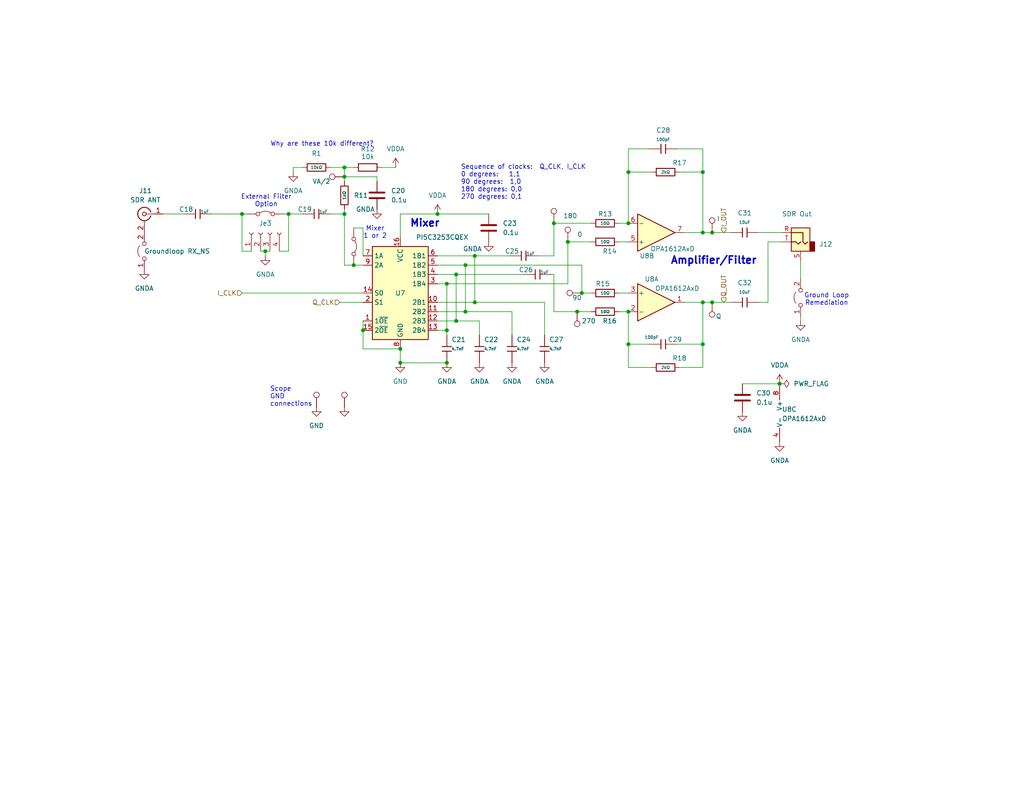
<source format=kicad_sch>
(kicad_sch (version 20250114) (generator "eeschema") (generator_version "9.0")
  (paper "USLetter")
  (title_block (title "SDR-RX") (date "2025-01-29") (rev "0.11") (company "WWU") (comment 1 "Rob Frohne"))
  (text "Why are these 10k different?" (at 87.884 39.37 0) (effects (font (size 1.27 1.27))))
  (text "Sequence of clocks:  Q_CLK, I_CLK\n0 degrees:   1,1\n90 degrees:  1,0\n180 degrees: 0,0\n270 degrees: 0,1" (at 125.73 54.61 0) (effects (font (size 1.27 1.27)) (justify left bottom)))
  (text "Amplifier/Filter\n" (at 182.88 72.39 0) (effects (font (size 2.0066 2.0066) (thickness 0.4013) (bold yes)) (justify left bottom)))
  (text "Ground Loop\nRemediation" (at 225.552 81.788 0) (effects (font (size 1.27 1.27))))
  (text "Mixer" (at 111.76 62.23 0) (effects (font (size 2.0066 2.0066) (thickness 0.4013) (bold yes)) (justify left bottom)))
  (text "Mixer\n1 or 2" (at 102.362 63.5 0) (effects (font (size 1.27 1.27))))
  (text "Scope \nGND\nconnections" (at 73.66 111.125 0) (effects (font (size 1.27 1.27)) (justify left bottom)))
  (text "External Filter\nOption" (at 72.644 54.864 0) (effects (font (size 1.27 1.27))))
  (junction (at 212.725 104.775))
  (junction (at 194.31 82.55))
  (junction (at 154.94 66.04))
  (junction (at 72.39 68.58))
  (junction (at 191.77 82.55))
  (junction (at 121.92 77.47))
  (junction (at 66.04 58.42))
  (junction (at 109.22 99.06))
  (junction (at 93.98 58.42))
  (junction (at 109.22 95.25))
  (junction (at 127 85.09))
  (junction (at 96.52 72.39))
  (junction (at 158.75 80.01))
  (junction (at 121.92 99.06))
  (junction (at 119.38 58.42))
  (junction (at 121.92 90.17))
  (junction (at 171.45 93.98))
  (junction (at 191.77 46.99))
  (junction (at 78.74 58.42))
  (junction (at 124.46 87.63))
  (junction (at 194.31 63.5))
  (junction (at 191.77 63.5))
  (junction (at 171.45 85.09))
  (junction (at 157.48 85.09))
  (junction (at 151.13 60.96))
  (junction (at 191.77 93.98))
  (junction (at 171.45 60.96))
  (junction (at 99.06 90.17))
  (junction (at 124.46 74.93))
  (junction (at 129.54 69.85))
  (junction (at 93.98 48.26))
  (junction (at 93.98 45.72))
  (junction (at 127 72.39))
  (junction (at 171.45 46.99))
  (junction (at 129.54 82.55))
  (wire (pts (xy 99.06 95.25) (xy 109.22 95.25)))
  (wire (pts (xy 99.06 87.63) (xy 99.06 90.17)))
  (wire (pts (xy 76.2 68.58) (xy 78.74 68.58)))
  (wire (pts (xy 157.48 85.09) (xy 161.29 85.09)))
  (wire (pts (xy 121.92 77.47) (xy 154.94 77.47)))
  (wire (pts (xy 119.38 72.39) (xy 127 72.39)))
  (wire (pts (xy 72.39 68.58) (xy 72.39 69.85)))
  (wire (pts (xy 121.92 99.06) (xy 109.22 99.06)))
  (wire (pts (xy 218.44 71.12) (xy 218.44 76.2)))
  (wire (pts (xy 191.77 93.98) (xy 191.77 100.33)))
  (wire (pts (xy 202.565 104.775) (xy 212.725 104.775)))
  (wire (pts (xy 127 72.39) (xy 127 85.09)))
  (wire (pts (xy 154.94 77.47) (xy 154.94 66.04)))
  (wire (pts (xy 207.01 63.5) (xy 213.36 63.5)))
  (wire (pts (xy 168.91 60.96) (xy 171.45 60.96)))
  (wire (pts (xy 66.04 68.58) (xy 66.04 58.42)))
  (wire (pts (xy 191.77 46.99) (xy 191.77 63.5)))
  (wire (pts (xy 93.98 45.72) (xy 90.17 45.72)))
  (wire (pts (xy 186.69 82.55) (xy 191.77 82.55)))
  (wire (pts (xy 218.44 86.36) (xy 218.44 87.63)))
  (wire (pts (xy 99.06 62.23) (xy 99.06 69.85)))
  (wire (pts (xy 191.77 40.64) (xy 191.77 46.99)))
  (wire (pts (xy 194.31 63.5) (xy 199.39 63.5)))
  (wire (pts (xy 124.46 87.63) (xy 124.46 74.93)))
  (wire (pts (xy 102.87 49.53) (xy 102.87 48.26)))
  (wire (pts (xy 82.55 45.72) (xy 80.01 45.72)))
  (wire (pts (xy 148.59 82.55) (xy 148.59 91.44)))
  (wire (pts (xy 171.45 100.33) (xy 177.8 100.33)))
  (wire (pts (xy 154.94 66.04) (xy 161.29 66.04)))
  (wire (pts (xy 93.98 49.53) (xy 93.98 48.26)))
  (wire (pts (xy 130.81 87.63) (xy 130.81 91.44)))
  (wire (pts (xy 109.22 58.42) (xy 119.38 58.42)))
  (wire (pts (xy 171.45 46.99) (xy 171.45 40.64)))
  (wire (pts (xy 186.69 63.5) (xy 191.77 63.5)))
  (wire (pts (xy 151.13 60.96) (xy 161.29 60.96)))
  (wire (pts (xy 92.71 82.55) (xy 99.06 82.55)))
  (wire (pts (xy 171.45 46.99) (xy 177.8 46.99)))
  (wire (pts (xy 121.92 90.17) (xy 121.92 91.44)))
  (wire (pts (xy 171.45 93.98) (xy 177.165 93.98)))
  (wire (pts (xy 151.13 74.93) (xy 151.13 85.09)))
  (wire (pts (xy 99.06 90.17) (xy 99.06 95.25)))
  (wire (pts (xy 127 85.09) (xy 119.38 85.09)))
  (wire (pts (xy 109.22 64.77) (xy 109.22 58.42)))
  (wire (pts (xy 77.47 58.42) (xy 78.74 58.42)))
  (wire (pts (xy 90.17 58.42) (xy 93.98 58.42)))
  (wire (pts (xy 121.92 77.47) (xy 121.92 90.17)))
  (wire (pts (xy 171.45 46.99) (xy 171.45 60.96)))
  (wire (pts (xy 124.46 74.93) (xy 142.875 74.93)))
  (wire (pts (xy 119.38 82.55) (xy 129.54 82.55)))
  (wire (pts (xy 80.01 45.72) (xy 80.01 46.99)))
  (wire (pts (xy 184.785 93.98) (xy 191.77 93.98)))
  (wire (pts (xy 191.77 63.5) (xy 194.31 63.5)))
  (wire (pts (xy 185.42 46.99) (xy 191.77 46.99)))
  (wire (pts (xy 158.75 80.01) (xy 158.75 72.39)))
  (wire (pts (xy 207.01 82.55) (xy 209.55 82.55)))
  (wire (pts (xy 171.45 93.98) (xy 171.45 100.33)))
  (wire (pts (xy 96.52 72.39) (xy 99.06 72.39)))
  (wire (pts (xy 129.54 82.55) (xy 129.54 69.85)))
  (wire (pts (xy 151.13 69.85) (xy 146.685 69.85)))
  (wire (pts (xy 139.7 85.09) (xy 139.7 91.44)))
  (wire (pts (xy 168.91 80.01) (xy 171.45 80.01)))
  (wire (pts (xy 96.52 45.72) (xy 93.98 45.72)))
  (wire (pts (xy 71.12 68.58) (xy 72.39 68.58)))
  (wire (pts (xy 161.29 80.01) (xy 158.75 80.01)))
  (wire (pts (xy 129.54 69.85) (xy 119.38 69.85)))
  (wire (pts (xy 130.81 87.63) (xy 124.46 87.63)))
  (wire (pts (xy 151.13 69.85) (xy 151.13 60.96)))
  (wire (pts (xy 209.55 66.04) (xy 213.36 66.04)))
  (wire (pts (xy 150.495 74.93) (xy 151.13 74.93)))
  (wire (pts (xy 78.74 58.42) (xy 82.55 58.42)))
  (wire (pts (xy 93.98 48.26) (xy 93.98 45.72)))
  (wire (pts (xy 78.74 68.58) (xy 78.74 58.42)))
  (wire (pts (xy 104.14 45.72) (xy 107.95 45.72)))
  (wire (pts (xy 212.725 104.775) (xy 212.725 105.41)))
  (wire (pts (xy 191.77 93.98) (xy 191.77 82.55)))
  (wire (pts (xy 168.91 85.09) (xy 171.45 85.09)))
  (wire (pts (xy 194.31 82.55) (xy 199.39 82.55)))
  (wire (pts (xy 66.04 80.01) (xy 99.06 80.01)))
  (wire (pts (xy 93.98 57.15) (xy 93.98 58.42)))
  (wire (pts (xy 68.58 68.58) (xy 66.04 68.58)))
  (wire (pts (xy 168.91 66.04) (xy 171.45 66.04)))
  (wire (pts (xy 171.45 85.09) (xy 171.45 93.98)))
  (wire (pts (xy 102.87 48.26) (xy 93.98 48.26)))
  (wire (pts (xy 57.785 58.42) (xy 66.04 58.42)))
  (wire (pts (xy 119.38 90.17) (xy 121.92 90.17)))
  (wire (pts (xy 119.38 87.63) (xy 124.46 87.63)))
  (wire (pts (xy 129.54 82.55) (xy 148.59 82.55)))
  (wire (pts (xy 127 85.09) (xy 139.7 85.09)))
  (wire (pts (xy 66.04 58.42) (xy 67.31 58.42)))
  (wire (pts (xy 93.98 58.42) (xy 93.98 72.39)))
  (wire (pts (xy 139.065 69.85) (xy 129.54 69.85)))
  (wire (pts (xy 157.48 85.09) (xy 151.13 85.09)))
  (wire (pts (xy 191.77 82.55) (xy 194.31 82.55)))
  (wire (pts (xy 124.46 74.93) (xy 119.38 74.93)))
  (wire (pts (xy 119.38 77.47) (xy 121.92 77.47)))
  (wire (pts (xy 184.785 40.64) (xy 191.77 40.64)))
  (wire (pts (xy 185.42 100.33) (xy 191.77 100.33)))
  (wire (pts (xy 209.55 66.04) (xy 209.55 82.55)))
  (wire (pts (xy 127 72.39) (xy 158.75 72.39)))
  (wire (pts (xy 119.38 58.42) (xy 133.35 58.42)))
  (wire (pts (xy 93.98 72.39) (xy 96.52 72.39)))
  (wire (pts (xy 171.45 40.64) (xy 177.165 40.64)))
  (wire (pts (xy 44.45 58.42) (xy 50.165 58.42)))
  (wire (pts (xy 109.22 95.25) (xy 109.22 99.06)))
  (wire (pts (xy 96.52 62.23) (xy 99.06 62.23)))
  (wire (pts (xy 72.39 68.58) (xy 73.66 68.58)))
  (hierarchical_label "I_CLK" (shape input) (at 66.04 80.01 180))
  (hierarchical_label "Q_OUT" (shape input) (at 197.485 82.55 90))
  (hierarchical_label "Q_CLK" (shape input) (at 92.71 82.55 180))
  (hierarchical_label "I_OUT" (shape input) (at 197.485 63.5 90))
  (symbol (lib_id "Jumper:Jumper_2_Bridged") (at 96.52 67.31 270) (unit 1) (exclude_from_sim yes)
    (property "Reference" "JP87" (effects (hide yes)))
    (property "Value" "Jumper_2_Bridged" (effects (hide yes)))
    (property "Footprint" "Jumper:SolderJumper-2_P1.3mm_Bridged2Bar_RoundedPad1.0x1.5mm" (effects (hide yes)))
    (property "Description" "Jumper, 2-pole, closed/bridged" (effects (hide yes)))
  )
  (symbol (lib_id "power:VDDA") (at 119.38 58.42 0) (unit 1)
    (property "Reference" "#PWR062" (effects (hide yes)))
    (property "Value" "VDDA" (at 119.38 53.34 0))
  )
  (symbol (lib_name "GND_1") (lib_id "power:GND") (at 86.36 111.125 0) (unit 1)
    (property "Reference" "#PWR057" (effects (hide yes)))
    (property "Value" "GND" (at 86.36 116.205 0))
  )
  (symbol (lib_id "Connector:Conn_Coaxial") (at 39.37 58.42 0) (mirror y) (unit 1)
    (property "Reference" "J11" (at 39.6874 52.07 0))
    (property "Value" "SDR ANT" (at 39.6874 54.61 0))
    (property "Footprint" "Connector_Coaxial:BNC_TEConnectivity_1478204_Vertical" (effects (hide yes)))
  )
  (symbol (lib_id "Connector:TestPoint") (at 151.13 60.96 0) (unit 1)
    (property "Reference" "TP13" (effects (hide yes)))
    (property "Value" "180" (at 153.67 58.928 0) (effects (justify left)))
    (property "Footprint" "TestPoint:TestPoint_THTPad_D1.0mm_Drill0.5mm" (effects (hide yes)))
  )
  (symbol (lib_id "PCM_JLCPCB-Capacitors:0805,10uF") (at 203.2 82.55 90) (unit 1)
    (property "Reference" "C32" (at 203.2 77.216 90))
    (property "Value" "10uF" (at 203.2 79.756 90) (effects (font (size 0.8 0.8))))
    (property "Footprint" "PCM_JLCPCB:C_0805" (effects (hide yes)))
    (property "Datasheet" "https://www.lcsc.com/datasheet/lcsc_datasheet_2304140030_Samsung-Electro-Mechanics-CL21A106KAYNNNE_C15850.pdf" (effects (hide yes)))
    (property "Description" "25V 10uF X5R ±10% 0805 Multilayer Ceramic Capacitors MLCC - SMD/SMT ROHS" (effects (hide yes)))
    (property "LCSC" "C15850" (effects (hide yes)))
    (property "Stock" "8430881" (effects (hide yes)))
    (property "Price" "0.012USD" (effects (hide yes)))
    (property "Process" "SMT" (effects (hide yes)))
    (property "Minimum Qty" "20" (effects (hide yes)))
    (property "Attrition Qty" "10" (effects (hide yes)))
    (property "Class" "Basic Component" (effects (hide yes)))
    (property "Category" "Capacitors,Multilayer Ceramic Capacitors MLCC - SMD/SMT" (effects (hide yes)))
    (property "Manufacturer" "Samsung Electro-Mechanics" (effects (hide yes)))
    (property "Part" "CL21A106KAYNNNE" (effects (hide yes)))
    (property "Voltage Rated" "25V" (effects (hide yes)))
    (property "Tolerance" "±10%" (effects (hide yes)))
    (property "Capacitance" "10uF" (effects (hide yes)))
    (property "Temperature Coefficient" "X5R" (effects (hide yes)))
  )
  (symbol (lib_id "PCM_JLCPCB-Resistors:0805,10Ω") (at 165.1 60.96 90) (unit 1)
    (property "Reference" "R13" (at 165.1 58.42 90))
    (property "Value" "10Ω" (at 165.1 60.96 90) (effects (font (size 0.8 0.8))))
    (property "Footprint" "PCM_JLCPCB:R_0805" (effects (hide yes)))
    (property "Datasheet" "https://www.lcsc.com/datasheet/lcsc_datasheet_2206010216_UNI-ROYAL-Uniroyal-Elec-0805W8F100JT5E_C17415.pdf" (effects (hide yes)))
    (property "Description" "125mW Thick Film Resistors 150V ±1% ±200ppm/°C 10Ω 0805 Chip Resistor - Surface Mount ROHS" (effects (hide yes)))
    (property "LCSC" "C17415" (effects (hide yes)))
    (property "Stock" "3219948" (effects (hide yes)))
    (property "Price" "0.005USD" (effects (hide yes)))
    (property "Process" "SMT" (effects (hide yes)))
    (property "Minimum Qty" "20" (effects (hide yes)))
    (property "Attrition Qty" "10" (effects (hide yes)))
    (property "Class" "Basic Component" (effects (hide yes)))
    (property "Category" "Resistors,Chip Resistor - Surface Mount" (effects (hide yes)))
    (property "Manufacturer" "UNI-ROYAL(Uniroyal Elec)" (effects (hide yes)))
    (property "Part" "0805W8F100JT5E" (effects (hide yes)))
    (property "Resistance" "10Ω" (effects (hide yes)))
    (property "Power(Watts)" "125mW" (effects (hide yes)))
    (property "Type" "Thick Film Resistors" (effects (hide yes)))
    (property "Overload Voltage (Max)" "150V" (effects (hide yes)))
    (property "Operating Temperature Range" "-55°C~+155°C" (effects (hide yes)))
    (property "Tolerance" "±1%" (effects (hide yes)))
    (property "Temperature Coefficient" "±200ppm/°C" (effects (hide yes)))
  )
  (symbol (lib_id "Device:R") (at 100.33 45.72 270) (unit 1)
    (property "Reference" "R12" (at 100.33 40.64 90))
    (property "Value" "10k" (at 100.33 42.7736 90))
    (property "Footprint" "Resistor_SMD:R_0805_2012Metric" (effects (hide yes)))
    (property "Datasheet" "https://datasheet.lcsc.com/lcsc/2205311800_UNI-ROYAL-Uniroyal-Elec-0805W8F1001T5E_C17513.pdf" (effects (hide yes)))
    (property "LCSC" "C17414" (effects (hide yes)))
  )
  (symbol (lib_id "Connector:TestPoint") (at 93.98 48.26 90) (unit 1)
    (property "Reference" "TP11" (effects (hide yes)))
    (property "Value" "VA/2" (at 90.17 49.53 90) (effects (justify left)))
    (property "Footprint" "TestPoint:TestPoint_THTPad_D1.0mm_Drill0.5mm" (effects (hide yes)))
  )
  (symbol (lib_id "Connector:TestPoint") (at 194.31 63.5 0) (unit 1)
    (property "Reference" "TP17" (effects (hide yes)))
    (property "Value" "I" (at 195.58 59.69 0) (effects (justify left)))
    (property "Footprint" "TestPoint:TestPoint_THTPad_D1.0mm_Drill0.5mm" (effects (hide yes)))
  )
  (symbol (lib_id "PCM_JLCPCB-Resistors:0805,10Ω") (at 165.1 80.01 90) (unit 1)
    (property "Reference" "R15" (at 164.465 77.47 90))
    (property "Value" "10Ω" (at 165.1 80.01 90) (effects (font (size 0.8 0.8))))
    (property "Footprint" "PCM_JLCPCB:R_0805" (effects (hide yes)))
    (property "Datasheet" "https://www.lcsc.com/datasheet/lcsc_datasheet_2206010216_UNI-ROYAL-Uniroyal-Elec-0805W8F100JT5E_C17415.pdf" (effects (hide yes)))
    (property "Description" "125mW Thick Film Resistors 150V ±1% ±200ppm/°C 10Ω 0805 Chip Resistor - Surface Mount ROHS" (effects (hide yes)))
    (property "LCSC" "C17415" (effects (hide yes)))
    (property "Stock" "3219948" (effects (hide yes)))
    (property "Price" "0.005USD" (effects (hide yes)))
    (property "Process" "SMT" (effects (hide yes)))
    (property "Minimum Qty" "20" (effects (hide yes)))
    (property "Attrition Qty" "10" (effects (hide yes)))
    (property "Class" "Basic Component" (effects (hide yes)))
    (property "Category" "Resistors,Chip Resistor - Surface Mount" (effects (hide yes)))
    (property "Manufacturer" "UNI-ROYAL(Uniroyal Elec)" (effects (hide yes)))
    (property "Part" "0805W8F100JT5E" (effects (hide yes)))
    (property "Resistance" "10Ω" (effects (hide yes)))
    (property "Power(Watts)" "125mW" (effects (hide yes)))
    (property "Type" "Thick Film Resistors" (effects (hide yes)))
    (property "Overload Voltage (Max)" "150V" (effects (hide yes)))
    (property "Operating Temperature Range" "-55°C~+155°C" (effects (hide yes)))
    (property "Tolerance" "±1%" (effects (hide yes)))
    (property "Temperature Coefficient" "±200ppm/°C" (effects (hide yes)))
  )
  (symbol (lib_id "power:GNDA") (at 133.35 66.04 0) (unit 1)
    (property "Reference" "#PWR065" (effects (hide yes)))
    (property "Value" "GNDA" (at 128.905 67.945 0))
  )
  (symbol (lib_id "power:VDDA") (at 107.95 45.72 0) (unit 1)
    (property "Reference" "#PWR060" (effects (hide yes)))
    (property "Value" "VDDA" (at 107.95 40.64 0))
  )
  (symbol (lib_id "power:GNDA") (at 202.565 112.395 0) (unit 1)
    (property "Reference" "#PWR068" (effects (hide yes)))
    (property "Value" "GNDA" (at 202.565 117.475 0))
  )
  (symbol (lib_id "Jumper:Jumper_2_Bridged") (at 72.39 58.42 0) (unit 1) (exclude_from_sim yes)
    (property "Reference" "JP86" (effects (hide yes)))
    (property "Value" "Jumper_2_Bridged" (effects (hide yes)))
    (property "Footprint" "Jumper:SolderJumper-2_P1.3mm_Bridged2Bar_RoundedPad1.0x1.5mm" (effects (hide yes)))
    (property "Description" "Jumper, 2-pole, closed/bridged" (effects (hide yes)))
  )
  (symbol (lib_id "Jumper:Jumper_2_Open") (at 218.44 81.28 90) (unit 1)
    (property "Reference" "JP88" (effects (hide yes)))
    (property "Value" "GND_LP_SND" (effects (hide yes)))
    (property "Footprint" "Jumper:SolderJumper-2_P1.3mm_Open_RoundedPad1.0x1.5mm" (effects (hide yes)))
  )
  (symbol (lib_id "Connector_Audio:AudioJack2_Ground") (at 218.44 66.04 0) (mirror y) (unit 1)
    (property "Reference" "J12" (at 223.52 66.675 0) (effects (justify right)))
    (property "Value" "SDR Out" (at 213.36 58.42 0) (effects (justify right)))
    (property "Footprint" "ForTaylanLibrary:Jack_3.5mm_CUI_SJ-3523-SMT_Horizontal" (effects (hide yes)))
    (property "Datasheet" "https://www.lcsc.com/datasheet/lcsc_datasheet_1811132022_BOOMELE-Boom-Precision-Elec-PJ-320B_C18594.pdf" (effects (hide yes)))
    (property "LCSC" "C18594" (effects (hide yes)))
  )
  (symbol (lib_id "Connector:TestPoint") (at 154.94 66.04 0) (unit 1)
    (property "Reference" "TP14" (effects (hide yes)))
    (property "Value" "0" (at 157.48 64.008 0) (effects (justify left)))
    (property "Footprint" "TestPoint:TestPoint_THTPad_D1.0mm_Drill0.5mm" (effects (hide yes)))
  )
  (symbol (lib_id "PCM_JLCPCB-Capacitors:0805,4.7nF") (at 121.92 95.25 0) (unit 1)
    (property "Reference" "C21" (at 123.19 92.71 0) (effects (justify left)))
    (property "Value" "4.7nF" (at 123.19 95.2501 0) (effects (font (size 0.8 0.8)) (justify left)))
    (property "Footprint" "PCM_JLCPCB:C_0805" (effects (hide yes)))
    (property "Datasheet" "https://www.lcsc.com/datasheet/lcsc_datasheet_2304140030_FH--Guangdong-Fenghua-Advanced-Tech-0805B472K500NT_C1744.pdf" (effects (hide yes)))
    (property "Description" "50V 4.7nF X7R ±10% 0805 Multilayer Ceramic Capacitors MLCC - SMD/SMT ROHS" (effects (hide yes)))
    (property "LCSC" "C1744" (effects (hide yes)))
    (property "Stock" "289398" (effects (hide yes)))
    (property "Price" "0.008USD" (effects (hide yes)))
    (property "Process" "SMT" (effects (hide yes)))
    (property "Minimum Qty" "20" (effects (hide yes)))
    (property "Attrition Qty" "10" (effects (hide yes)))
    (property "Class" "Basic Component" (effects (hide yes)))
    (property "Category" "Capacitors,Multilayer Ceramic Capacitors MLCC - SMD/SMT" (effects (hide yes)))
    (property "Manufacturer" "FH(Guangdong Fenghua Advanced Tech)" (effects (hide yes)))
    (property "Part" "0805B472K500NT" (effects (hide yes)))
    (property "Voltage Rated" "50V" (effects (hide yes)))
    (property "Tolerance" "±10%" (effects (hide yes)))
    (property "Capacitance" "4.7nF" (effects (hide yes)))
    (property "Temperature Coefficient" "X7R" (effects (hide yes)))
  )
  (symbol (lib_name "GND_1") (lib_id "power:GND") (at 93.98 111.125 0) (unit 1)
    (property "Reference" "#PWR058" (effects (hide yes)))
    (property "Value" "GND" (effects (hide yes)))
  )
  (symbol (lib_id "Jumper:Jumper_2_Open") (at 39.37 68.58 90) (unit 1)
    (property "Reference" "JP85" (effects (hide yes)))
    (property "Value" "Groundloop RX_NS" (at 39.37 68.58 90) (effects (justify right)))
    (property "Footprint" "Jumper:SolderJumper-2_P1.3mm_Open_RoundedPad1.0x1.5mm" (effects (hide yes)))
  )
  (symbol (lib_id "JLCPCB-Resistors:0805,2kΩ") (at 181.61 46.99 90) (unit 1)
    (property "Reference" "R17" (at 185.42 44.45 90))
    (property "Value" "2kΩ" (at 181.61 46.99 90) (effects (font (size 0.8 0.8))))
    (property "Footprint" "PCM_JLCPCB:R_0805" (effects (hide yes)))
    (property "Datasheet" "https://www.lcsc.com/datasheet/lcsc_datasheet_2206010200_UNI-ROYAL-Uniroyal-Elec-0805W8F2001T5E_C17604.pdf" (effects (hide yes)))
    (property "Description" "125mW Thick Film Resistors 150V ±100ppm/°C ±1% 2kΩ 0805 Chip Resistor - Surface Mount ROHS" (effects (hide yes)))
    (property "LCSC" "C17604" (effects (hide yes)))
    (property "Stock" "1191739" (effects (hide yes)))
    (property "Price" "0.005USD" (effects (hide yes)))
    (property "Process" "SMT" (effects (hide yes)))
    (property "Minimum Qty" "20" (effects (hide yes)))
    (property "Attrition Qty" "10" (effects (hide yes)))
    (property "Class" "Basic Component" (effects (hide yes)))
    (property "Category" "Resistors,Chip Resistor - Surface Mount" (effects (hide yes)))
    (property "Manufacturer" "UNI-ROYAL(Uniroyal Elec)" (effects (hide yes)))
    (property "Part" "0805W8F2001T5E" (effects (hide yes)))
    (property "Resistance" "2kΩ" (effects (hide yes)))
    (property "Power(Watts)" "125mW" (effects (hide yes)))
    (property "Type" "Thick Film Resistors" (effects (hide yes)))
    (property "Overload Voltage (Max)" "150V" (effects (hide yes)))
    (property "Operating Temperature Range" "-55°C~+155°C" (effects (hide yes)))
    (property "Tolerance" "±1%" (effects (hide yes)))
    (property "Temperature Coefficient" "±100ppm/°C" (effects (hide yes)))
  )
  (symbol (lib_id "Device:C") (at 102.87 53.34 180) (unit 1)
    (property "Reference" "C20" (at 106.68 52.07 0) (effects (justify right)))
    (property "Value" "0.1u" (at 106.68 54.61 0) (effects (justify right)))
    (property "Footprint" "Capacitor_SMD:C_0805_2012Metric" (effects (hide yes)))
    (property "Datasheet" "https://datasheet.lcsc.com/lcsc/2304140030_YAGEO-CC0805KRX7R9BB104_C49678.pdf" (effects (hide yes)))
    (property "LCSC" "C49678" (effects (hide yes)))
  )
  (symbol (lib_id "Analog_Switch:SN74CBT3253") (at 109.22 80.01 0) (unit 1)
    (property "Reference" "U7" (at 109.22 80.01 0))
    (property "Value" "PI5C3253CQEX" (at 120.65 64.77 0))
    (property "Footprint" "Package_SO:SSOP-16_3.9x4.9mm_P0.635mm" (effects (hide yes)))
    (property "Datasheet" "https://wmsc.lcsc.com/wmsc/upload/file/pdf/v2/lcsc/2210280930_Diodes-Incorporated-PI5C3253QEX_C3001703.pdf" (effects (hide yes)))
    (property "LCSC" "C3001703" (effects (hide yes)))
    (property "JLC" "Extended" (effects (hide yes)))
    (property "JLCPCB Rotation Offset" "0" (effects (hide yes)))
  )
  (symbol (lib_id "Connector:Conn_01x04_Socket") (at 71.12 63.5 90) (unit 1)
    (property "Reference" "Je3" (at 72.39 60.96 90))
    (property "Value" "Filter" (effects (hide yes)))
    (property "Footprint" "ForTaylanLibrary:PinHeader_1x04_P2.54mm_Vertical_Female" (effects (hide yes)))
    (property "Datasheet" "https://opencoursehub.cs.sfu.ca/bfraser/grav-cms/cmpt433/links/files/2022-student-howtos/RCWL-1601UltrasonicDistanceSensor.pdf" (effects (hide yes)))
    (property "Description" "Generic connector, single row, 01x04, script generated" (effects (hide yes)))
    (property "LCSC" "C2718488" (effects (hide yes)))
  )
  (symbol (lib_id "power:GNDA") (at 80.01 46.99 0) (unit 1)
    (property "Reference" "#PWR056" (effects (hide yes)))
    (property "Value" "GNDA" (at 80.01 52.07 0))
  )
  (symbol (lib_id "PCM_JLCPCB-Resistors:0805,10Ω") (at 165.1 66.04 90) (unit 1)
    (property "Reference" "R14" (at 166.37 68.58 90))
    (property "Value" "10Ω" (at 165.1 66.04 90) (effects (font (size 0.8 0.8))))
    (property "Footprint" "PCM_JLCPCB:R_0805" (effects (hide yes)))
    (property "Datasheet" "https://www.lcsc.com/datasheet/lcsc_datasheet_2206010216_UNI-ROYAL-Uniroyal-Elec-0805W8F100JT5E_C17415.pdf" (effects (hide yes)))
    (property "Description" "125mW Thick Film Resistors 150V ±1% ±200ppm/°C 10Ω 0805 Chip Resistor - Surface Mount ROHS" (effects (hide yes)))
    (property "LCSC" "C17415" (effects (hide yes)))
    (property "Stock" "3219948" (effects (hide yes)))
    (property "Price" "0.005USD" (effects (hide yes)))
    (property "Process" "SMT" (effects (hide yes)))
    (property "Minimum Qty" "20" (effects (hide yes)))
    (property "Attrition Qty" "10" (effects (hide yes)))
    (property "Class" "Basic Component" (effects (hide yes)))
    (property "Category" "Resistors,Chip Resistor - Surface Mount" (effects (hide yes)))
    (property "Manufacturer" "UNI-ROYAL(Uniroyal Elec)" (effects (hide yes)))
    (property "Part" "0805W8F100JT5E" (effects (hide yes)))
    (property "Resistance" "10Ω" (effects (hide yes)))
    (property "Power(Watts)" "125mW" (effects (hide yes)))
    (property "Type" "Thick Film Resistors" (effects (hide yes)))
    (property "Overload Voltage (Max)" "150V" (effects (hide yes)))
    (property "Operating Temperature Range" "-55°C~+155°C" (effects (hide yes)))
    (property "Tolerance" "±1%" (effects (hide yes)))
    (property "Temperature Coefficient" "±200ppm/°C" (effects (hide yes)))
  )
  (symbol (lib_id "PCM_JLCPCB-Resistors:0603,1kΩ") (at 93.98 53.34 0) (unit 1)
    (property "Reference" "R11" (at 96.52 53.3399 0) (effects (justify left)))
    (property "Value" "1kΩ" (at 93.98 53.34 90) (effects (font (size 0.8 0.8))))
    (property "Footprint" "PCM_JLCPCB:R_0603" (effects (hide yes)))
    (property "Datasheet" "https://www.lcsc.com/datasheet/lcsc_datasheet_2206010130_UNI-ROYAL-Uniroyal-Elec-0603WAF1001T5E_C21190.pdf" (effects (hide yes)))
    (property "Description" "100mW Thick Film Resistors 75V ±100ppm/°C ±1% 1kΩ 0603 Chip Resistor - Surface Mount ROHS" (effects (hide yes)))
    (property "LCSC" "C21190" (effects (hide yes)))
    (property "Stock" "20891246" (effects (hide yes)))
    (property "Price" "0.004USD" (effects (hide yes)))
    (property "Process" "SMT" (effects (hide yes)))
    (property "Minimum Qty" "20" (effects (hide yes)))
    (property "Attrition Qty" "10" (effects (hide yes)))
    (property "Class" "Basic Component" (effects (hide yes)))
    (property "Category" "Resistors,Chip Resistor - Surface Mount" (effects (hide yes)))
    (property "Manufacturer" "UNI-ROYAL(Uniroyal Elec)" (effects (hide yes)))
    (property "Part" "0603WAF1001T5E" (effects (hide yes)))
    (property "Resistance" "1kΩ" (effects (hide yes)))
    (property "Power(Watts)" "100mW" (effects (hide yes)))
    (property "Type" "Thick Film Resistors" (effects (hide yes)))
    (property "Overload Voltage (Max)" "75V" (effects (hide yes)))
    (property "Operating Temperature Range" "-55°C~+155°C" (effects (hide yes)))
    (property "Tolerance" "±1%" (effects (hide yes)))
    (property "Temperature Coefficient" "±100ppm/°C" (effects (hide yes)))
  )
  (symbol (lib_id "JLCPCB-Capacitors:0805,1uF") (at 142.875 69.85 90) (unit 1)
    (property "Reference" "C25" (at 139.7 68.58 90))
    (property "Value" "1uF" (at 144.78 69.215 90) (effects (font (size 0.8 0.8))))
    (property "Footprint" "PCM_JLCPCB:C_0805" (effects (hide yes)))
    (property "Datasheet" "https://www.lcsc.com/datasheet/lcsc_datasheet_2304140030_Samsung-Electro-Mechanics-CL21B105KBFNNNE_C28323.pdf" (effects (hide yes)))
    (property "Description" "50V 1uF X7R ±10% 0805 Multilayer Ceramic Capacitors MLCC - SMD/SMT ROHS" (effects (hide yes)))
    (property "LCSC" "C28323" (effects (hide yes)))
    (property "Stock" "3918234" (effects (hide yes)))
    (property "Price" "0.011USD" (effects (hide yes)))
    (property "Process" "SMT" (effects (hide yes)))
    (property "Minimum Qty" "20" (effects (hide yes)))
    (property "Attrition Qty" "6" (effects (hide yes)))
    (property "Class" "Basic Component" (effects (hide yes)))
    (property "Category" "Capacitors,Multilayer Ceramic Capacitors MLCC - SMD/SMT" (effects (hide yes)))
    (property "Manufacturer" "Samsung Electro-Mechanics" (effects (hide yes)))
    (property "Part" "CL21B105KBFNNNE" (effects (hide yes)))
    (property "Voltage Rated" "50V" (effects (hide yes)))
    (property "Tolerance" "±10%" (effects (hide yes)))
    (property "Capacitance" "1uF" (effects (hide yes)))
    (property "Temperature Coefficient" "X7R" (effects (hide yes)))
  )
  (symbol (lib_name "GND_1") (lib_id "power:GND") (at 109.22 99.06 0) (unit 1)
    (property "Reference" "#PWR061" (effects (hide yes)))
    (property "Value" "GND" (at 109.22 104.14 0))
  )
  (symbol (lib_id "power:GNDA") (at 72.39 69.85 0) (unit 1)
    (property "Reference" "#PWR05" (effects (hide yes)))
    (property "Value" "GNDA" (at 72.39 74.93 0))
  )
  (symbol (lib_id "PCM_JLCPCB-Capacitors:0805,4.7nF") (at 148.59 95.25 0) (unit 1)
    (property "Reference" "C27" (at 149.86 92.7099 0) (effects (justify left)))
    (property "Value" "4.7nF" (at 149.86 95.25 0) (effects (font (size 0.8 0.8)) (justify left)))
    (property "Footprint" "PCM_JLCPCB:C_0805" (effects (hide yes)))
    (property "Datasheet" "https://www.lcsc.com/datasheet/lcsc_datasheet_2304140030_FH--Guangdong-Fenghua-Advanced-Tech-0805B472K500NT_C1744.pdf" (effects (hide yes)))
    (property "Description" "50V 4.7nF X7R ±10% 0805 Multilayer Ceramic Capacitors MLCC - SMD/SMT ROHS" (effects (hide yes)))
    (property "LCSC" "C1744" (effects (hide yes)))
    (property "Stock" "289398" (effects (hide yes)))
    (property "Price" "0.008USD" (effects (hide yes)))
    (property "Process" "SMT" (effects (hide yes)))
    (property "Minimum Qty" "20" (effects (hide yes)))
    (property "Attrition Qty" "10" (effects (hide yes)))
    (property "Class" "Basic Component" (effects (hide yes)))
    (property "Category" "Capacitors,Multilayer Ceramic Capacitors MLCC - SMD/SMT" (effects (hide yes)))
    (property "Manufacturer" "FH(Guangdong Fenghua Advanced Tech)" (effects (hide yes)))
    (property "Part" "0805B472K500NT" (effects (hide yes)))
    (property "Voltage Rated" "50V" (effects (hide yes)))
    (property "Tolerance" "±10%" (effects (hide yes)))
    (property "Capacitance" "4.7nF" (effects (hide yes)))
    (property "Temperature Coefficient" "X7R" (effects (hide yes)))
  )
  (symbol (lib_id "power:PWR_FLAG") (at 212.725 104.775 270) (unit 1)
    (property "Reference" "#FLG04" (effects (hide yes)))
    (property "Value" "PWR_FLAG" (at 216.535 104.775 90) (effects (justify left)))
  )
  (symbol (lib_id "power:GNDA") (at 218.44 87.63 0) (unit 1)
    (property "Reference" "#PWR071" (effects (hide yes)))
    (property "Value" "GNDA" (at 218.44 92.71 0))
  )
  (symbol (lib_id "power:GNDA") (at 39.37 73.66 0) (unit 1)
    (property "Reference" "#PWR053" (effects (hide yes)))
    (property "Value" "GNDA" (at 39.37 78.74 0))
  )
  (symbol (lib_id "power:GNDA") (at 148.59 99.06 0) (unit 1)
    (property "Reference" "#PWR067" (effects (hide yes)))
    (property "Value" "GNDA" (at 148.59 104.14 0))
  )
  (symbol (lib_id "JLCPCB-Capacitors:0805,1uF") (at 53.975 58.42 90) (unit 1)
    (property "Reference" "C18" (at 50.8 57.15 90))
    (property "Value" "1uF" (at 55.88 57.785 90) (effects (font (size 0.8 0.8))))
    (property "Footprint" "PCM_JLCPCB:C_0805" (effects (hide yes)))
    (property "Datasheet" "https://www.lcsc.com/datasheet/lcsc_datasheet_2304140030_Samsung-Electro-Mechanics-CL21B105KBFNNNE_C28323.pdf" (effects (hide yes)))
    (property "Description" "50V 1uF X7R ±10% 0805 Multilayer Ceramic Capacitors MLCC - SMD/SMT ROHS" (effects (hide yes)))
    (property "LCSC" "C28323" (effects (hide yes)))
    (property "Stock" "3918234" (effects (hide yes)))
    (property "Price" "0.011USD" (effects (hide yes)))
    (property "Process" "SMT" (effects (hide yes)))
    (property "Minimum Qty" "20" (effects (hide yes)))
    (property "Attrition Qty" "6" (effects (hide yes)))
    (property "Class" "Basic Component" (effects (hide yes)))
    (property "Category" "Capacitors,Multilayer Ceramic Capacitors MLCC - SMD/SMT" (effects (hide yes)))
    (property "Manufacturer" "Samsung Electro-Mechanics" (effects (hide yes)))
    (property "Part" "CL21B105KBFNNNE" (effects (hide yes)))
    (property "Voltage Rated" "50V" (effects (hide yes)))
    (property "Tolerance" "±10%" (effects (hide yes)))
    (property "Capacitance" "1uF" (effects (hide yes)))
    (property "Temperature Coefficient" "X7R" (effects (hide yes)))
  )
  (symbol (lib_id "PCM_JLCPCB-Resistors:0603,10kΩ") (at 86.36 45.72 90) (unit 1)
    (property "Reference" "R1" (at 86.36 41.91 90))
    (property "Value" "10kΩ" (at 86.36 45.72 90) (effects (font (size 0.8 0.8))))
    (property "Footprint" "PCM_JLCPCB:R_0603" (effects (hide yes)))
    (property "Datasheet" "https://www.lcsc.com/datasheet/lcsc_datasheet_2206010045_UNI-ROYAL-Uniroyal-Elec-0603WAF1002T5E_C25804.pdf" (effects (hide yes)))
    (property "Description" "100mW Thick Film Resistors 75V ±100ppm/°C ±1% 10kΩ 0603 Chip Resistor - Surface Mount ROHS" (effects (hide yes)))
    (property "LCSC" "C25804" (effects (hide yes)))
    (property "Stock" "40606515" (effects (hide yes)))
    (property "Price" "0.004USD" (effects (hide yes)))
    (property "Process" "SMT" (effects (hide yes)))
    (property "Minimum Qty" "20" (effects (hide yes)))
    (property "Attrition Qty" "10" (effects (hide yes)))
    (property "Class" "Basic Component" (effects (hide yes)))
    (property "Category" "Resistors,Chip Resistor - Surface Mount" (effects (hide yes)))
    (property "Manufacturer" "UNI-ROYAL(Uniroyal Elec)" (effects (hide yes)))
    (property "Part" "0603WAF1002T5E" (effects (hide yes)))
    (property "Resistance" "10kΩ" (effects (hide yes)))
    (property "Power(Watts)" "100mW" (effects (hide yes)))
    (property "Type" "Thick Film Resistors" (effects (hide yes)))
    (property "Overload Voltage (Max)" "75V" (effects (hide yes)))
    (property "Operating Temperature Range" "-55°C~+155°C" (effects (hide yes)))
    (property "Tolerance" "±1%" (effects (hide yes)))
    (property "Temperature Coefficient" "±100ppm/°C" (effects (hide yes)))
  )
  (symbol (lib_id "Connector:TestPoint") (at 157.48 85.09 180) (unit 1)
    (property "Reference" "TP15" (effects (hide yes)))
    (property "Value" "270" (at 162.56 87.63 0) (effects (justify left)))
    (property "Footprint" "TestPoint:TestPoint_THTPad_D1.0mm_Drill0.5mm" (effects (hide yes)))
  )
  (symbol (lib_id "power:GNDA") (at 102.87 57.15 0) (unit 1)
    (property "Reference" "#PWR059" (effects (hide yes)))
    (property "Value" "GNDA" (at 99.695 57.15 0))
  )
  (symbol (lib_id "power:VDDA") (at 212.725 104.775 0) (unit 1)
    (property "Reference" "#PWR069" (effects (hide yes)))
    (property "Value" "VDDA" (at 212.725 99.695 0))
  )
  (symbol (lib_id "Connector:TestPoint") (at 86.36 111.125 0) (unit 1)
    (property "Reference" "TP10" (effects (hide yes)))
    (property "Value" "GND" (effects (hide yes)))
    (property "Footprint" "TestPoint:TestPoint_THTPad_D2.0mm_Drill1.0mm" (effects (hide yes)))
  )
  (symbol (lib_id "Connector:TestPoint") (at 93.98 111.125 0) (unit 1)
    (property "Reference" "TP12" (effects (hide yes)))
    (property "Value" "GND" (effects (hide yes)))
    (property "Footprint" "TestPoint:TestPoint_THTPad_D2.0mm_Drill1.0mm" (effects (hide yes)))
  )
  (symbol (lib_id "Device:C") (at 202.565 108.585 180) (unit 1)
    (property "Reference" "C30" (at 206.375 107.315 0) (effects (justify right)))
    (property "Value" "0.1u" (at 206.375 109.855 0) (effects (justify right)))
    (property "Footprint" "Capacitor_SMD:C_0805_2012Metric" (effects (hide yes)))
    (property "Datasheet" "https://datasheet.lcsc.com/lcsc/2304140030_YAGEO-CC0805KRX7R9BB104_C49678.pdf" (effects (hide yes)))
    (property "LCSC" "C49678" (effects (hide yes)))
  )
  (symbol (lib_id "JLCPCB-Capacitors:0805,100pF") (at 180.975 40.64 90) (unit 1)
    (property "Reference" "C28" (at 180.975 35.56 90))
    (property "Value" "100pF" (at 180.975 38.1 90) (effects (font (size 0.8 0.8))))
    (property "Footprint" "PCM_JLCPCB:C_0805" (effects (hide yes)))
    (property "Datasheet" "https://www.lcsc.com/datasheet/lcsc_datasheet_2304140030_Samsung-Electro-Mechanics-CL21C101JBANNNC_C1790.pdf" (effects (hide yes)))
    (property "Description" "50V 100pF C0G ±5% 0805 Multilayer Ceramic Capacitors MLCC - SMD/SMT ROHS" (effects (hide yes)))
    (property "LCSC" "C1790" (effects (hide yes)))
    (property "Stock" "586256" (effects (hide yes)))
    (property "Price" "0.010USD" (effects (hide yes)))
    (property "Process" "SMT" (effects (hide yes)))
    (property "Minimum Qty" "20" (effects (hide yes)))
    (property "Attrition Qty" "10" (effects (hide yes)))
    (property "Class" "Basic Component" (effects (hide yes)))
    (property "Category" "Capacitors,Multilayer Ceramic Capacitors MLCC - SMD/SMT" (effects (hide yes)))
    (property "Manufacturer" "Samsung Electro-Mechanics" (effects (hide yes)))
    (property "Part" "CL21C101JBANNNC" (effects (hide yes)))
    (property "Voltage Rated" "50V" (effects (hide yes)))
    (property "Tolerance" "±5%" (effects (hide yes)))
    (property "Capacitance" "100pF" (effects (hide yes)))
    (property "Temperature Coefficient" "C0G" (effects (hide yes)))
  )
  (symbol (lib_id "Amplifier_Operational:OPA1612AxD") (at 179.07 82.55 0) (unit 1)
    (property "Reference" "U8" (at 177.8 76.2 0))
    (property "Value" "OPA1612AxD" (at 184.785 78.74 0))
    (property "Footprint" "Package_SO:SOIC-8_3.9x4.9mm_P1.27mm" (effects (hide yes)))
    (property "Datasheet" "http://www.ti.com/lit/ds/symlink/opa1612.pdf" (effects (hide yes)))
    (property "Description" "Dual SoundPlus High Performance, Bipolar-Input Audio Operational Amplifiers, SOIC-8" (effects (hide yes)))
    (property "LCSC" "C94590" (effects (hide yes)))
    (property "JLC" "Extended" (effects (hide yes)))
    (property "JLCPCB Rotation Offset" "-90" (effects (hide yes)))
  )
  (symbol (lib_id "Connector:TestPoint") (at 158.75 80.01 90) (unit 1)
    (property "Reference" "TP16" (effects (hide yes)))
    (property "Value" "90" (at 158.75 81.28 90) (effects (justify left)))
    (property "Footprint" "TestPoint:TestPoint_THTPad_D1.0mm_Drill0.5mm" (effects (hide yes)))
  )
  (symbol (lib_id "power:GNDA") (at 121.92 99.06 0) (unit 1)
    (property "Reference" "#PWR063" (effects (hide yes)))
    (property "Value" "GNDA" (at 121.92 104.14 0))
  )
  (symbol (lib_id "Amplifier_Operational:OPA1612AxD") (at 179.07 63.5 0) (mirror x) (unit 2)
    (property "Reference" "U8" (at 176.53 69.85 0))
    (property "Value" "OPA1612AxD" (at 183.515 67.945 0))
    (property "Footprint" "Package_SO:SOIC-8_3.9x4.9mm_P1.27mm" (effects (hide yes)))
    (property "Datasheet" "http://www.ti.com/lit/ds/symlink/opa1612.pdf" (effects (hide yes)))
    (property "Description" "Dual SoundPlus High Performance, Bipolar-Input Audio Operational Amplifiers, SOIC-8" (effects (hide yes)))
    (property "LCSC" "C94590" (effects (hide yes)))
    (property "JLC" "Extended" (effects (hide yes)))
    (property "JLCPCB Rotation Offset" "-90" (effects (hide yes)))
  )
  (symbol (lib_id "JLCPCB-Resistors:0805,2kΩ") (at 181.61 100.33 90) (unit 1)
    (property "Reference" "R18" (at 185.42 97.79 90))
    (property "Value" "2kΩ" (at 181.61 100.33 90) (effects (font (size 0.8 0.8))))
    (property "Footprint" "PCM_JLCPCB:R_0805" (effects (hide yes)))
    (property "Datasheet" "https://www.lcsc.com/datasheet/lcsc_datasheet_2206010200_UNI-ROYAL-Uniroyal-Elec-0805W8F2001T5E_C17604.pdf" (effects (hide yes)))
    (property "Description" "125mW Thick Film Resistors 150V ±100ppm/°C ±1% 2kΩ 0805 Chip Resistor - Surface Mount ROHS" (effects (hide yes)))
    (property "LCSC" "C17604" (effects (hide yes)))
    (property "Stock" "1191739" (effects (hide yes)))
    (property "Price" "0.005USD" (effects (hide yes)))
    (property "Process" "SMT" (effects (hide yes)))
    (property "Minimum Qty" "20" (effects (hide yes)))
    (property "Attrition Qty" "10" (effects (hide yes)))
    (property "Class" "Basic Component" (effects (hide yes)))
    (property "Category" "Resistors,Chip Resistor - Surface Mount" (effects (hide yes)))
    (property "Manufacturer" "UNI-ROYAL(Uniroyal Elec)" (effects (hide yes)))
    (property "Part" "0805W8F2001T5E" (effects (hide yes)))
    (property "Resistance" "2kΩ" (effects (hide yes)))
    (property "Power(Watts)" "125mW" (effects (hide yes)))
    (property "Type" "Thick Film Resistors" (effects (hide yes)))
    (property "Overload Voltage (Max)" "150V" (effects (hide yes)))
    (property "Operating Temperature Range" "-55°C~+155°C" (effects (hide yes)))
    (property "Tolerance" "±1%" (effects (hide yes)))
    (property "Temperature Coefficient" "±100ppm/°C" (effects (hide yes)))
  )
  (symbol (lib_id "power:GNDA") (at 212.725 120.65 0) (unit 1)
    (property "Reference" "#PWR070" (effects (hide yes)))
    (property "Value" "GNDA" (at 212.725 125.73 0))
  )
  (symbol (lib_id "PCM_JLCPCB-Capacitors:0805,4.7nF") (at 139.7 95.25 0) (unit 1)
    (property "Reference" "C24" (at 140.97 92.7099 0) (effects (justify left)))
    (property "Value" "4.7nF" (at 140.97 95.25 0) (effects (font (size 0.8 0.8)) (justify left)))
    (property "Footprint" "PCM_JLCPCB:C_0805" (effects (hide yes)))
    (property "Datasheet" "https://www.lcsc.com/datasheet/lcsc_datasheet_2304140030_FH--Guangdong-Fenghua-Advanced-Tech-0805B472K500NT_C1744.pdf" (effects (hide yes)))
    (property "Description" "50V 4.7nF X7R ±10% 0805 Multilayer Ceramic Capacitors MLCC - SMD/SMT ROHS" (effects (hide yes)))
    (property "LCSC" "C1744" (effects (hide yes)))
    (property "Stock" "289398" (effects (hide yes)))
    (property "Price" "0.008USD" (effects (hide yes)))
    (property "Process" "SMT" (effects (hide yes)))
    (property "Minimum Qty" "20" (effects (hide yes)))
    (property "Attrition Qty" "10" (effects (hide yes)))
    (property "Class" "Basic Component" (effects (hide yes)))
    (property "Category" "Capacitors,Multilayer Ceramic Capacitors MLCC - SMD/SMT" (effects (hide yes)))
    (property "Manufacturer" "FH(Guangdong Fenghua Advanced Tech)" (effects (hide yes)))
    (property "Part" "0805B472K500NT" (effects (hide yes)))
    (property "Voltage Rated" "50V" (effects (hide yes)))
    (property "Tolerance" "±10%" (effects (hide yes)))
    (property "Capacitance" "4.7nF" (effects (hide yes)))
    (property "Temperature Coefficient" "X7R" (effects (hide yes)))
  )
  (symbol (lib_id "PCM_JLCPCB-Capacitors:0805,10uF") (at 203.2 63.5 90) (unit 1)
    (property "Reference" "C31" (at 203.2 58.166 90))
    (property "Value" "10uF" (at 203.2 60.706 90) (effects (font (size 0.8 0.8))))
    (property "Footprint" "PCM_JLCPCB:C_0805" (effects (hide yes)))
    (property "Datasheet" "https://www.lcsc.com/datasheet/lcsc_datasheet_2304140030_Samsung-Electro-Mechanics-CL21A106KAYNNNE_C15850.pdf" (effects (hide yes)))
    (property "Description" "25V 10uF X5R ±10% 0805 Multilayer Ceramic Capacitors MLCC - SMD/SMT ROHS" (effects (hide yes)))
    (property "LCSC" "C15850" (effects (hide yes)))
    (property "Stock" "8430881" (effects (hide yes)))
    (property "Price" "0.012USD" (effects (hide yes)))
    (property "Process" "SMT" (effects (hide yes)))
    (property "Minimum Qty" "20" (effects (hide yes)))
    (property "Attrition Qty" "10" (effects (hide yes)))
    (property "Class" "Basic Component" (effects (hide yes)))
    (property "Category" "Capacitors,Multilayer Ceramic Capacitors MLCC - SMD/SMT" (effects (hide yes)))
    (property "Manufacturer" "Samsung Electro-Mechanics" (effects (hide yes)))
    (property "Part" "CL21A106KAYNNNE" (effects (hide yes)))
    (property "Voltage Rated" "25V" (effects (hide yes)))
    (property "Tolerance" "±10%" (effects (hide yes)))
    (property "Capacitance" "10uF" (effects (hide yes)))
    (property "Temperature Coefficient" "X5R" (effects (hide yes)))
  )
  (symbol (lib_id "Amplifier_Operational:OPA1612AxD") (at 215.265 113.03 0) (unit 3)
    (property "Reference" "U8" (at 213.36 111.7599 0) (effects (justify left)))
    (property "Value" "OPA1612AxD" (at 213.36 114.2999 0) (effects (justify left)))
    (property "Footprint" "Package_SO:SOIC-8_3.9x4.9mm_P1.27mm" (effects (hide yes)))
    (property "Datasheet" "http://www.ti.com/lit/ds/symlink/opa1612.pdf" (effects (hide yes)))
    (property "Description" "Dual SoundPlus High Performance, Bipolar-Input Audio Operational Amplifiers, SOIC-8" (effects (hide yes)))
    (property "LCSC" "C94590" (effects (hide yes)))
    (property "JLC" "Extended" (effects (hide yes)))
    (property "JLCPCB Rotation Offset" "-90" (effects (hide yes)))
  )
  (symbol (lib_id "JLCPCB-Capacitors:0805,1uF") (at 86.36 58.42 90) (unit 1)
    (property "Reference" "C19" (at 83.185 57.15 90))
    (property "Value" "1uF" (at 88.265 57.785 90) (effects (font (size 0.8 0.8))))
    (property "Footprint" "PCM_JLCPCB:C_0805" (effects (hide yes)))
    (property "Datasheet" "https://www.lcsc.com/datasheet/lcsc_datasheet_2304140030_Samsung-Electro-Mechanics-CL21B105KBFNNNE_C28323.pdf" (effects (hide yes)))
    (property "Description" "50V 1uF X7R ±10% 0805 Multilayer Ceramic Capacitors MLCC - SMD/SMT ROHS" (effects (hide yes)))
    (property "LCSC" "C28323" (effects (hide yes)))
    (property "Stock" "3918234" (effects (hide yes)))
    (property "Price" "0.011USD" (effects (hide yes)))
    (property "Process" "SMT" (effects (hide yes)))
    (property "Minimum Qty" "20" (effects (hide yes)))
    (property "Attrition Qty" "6" (effects (hide yes)))
    (property "Class" "Basic Component" (effects (hide yes)))
    (property "Category" "Capacitors,Multilayer Ceramic Capacitors MLCC - SMD/SMT" (effects (hide yes)))
    (property "Manufacturer" "Samsung Electro-Mechanics" (effects (hide yes)))
    (property "Part" "CL21B105KBFNNNE" (effects (hide yes)))
    (property "Voltage Rated" "50V" (effects (hide yes)))
    (property "Tolerance" "±10%" (effects (hide yes)))
    (property "Capacitance" "1uF" (effects (hide yes)))
    (property "Temperature Coefficient" "X7R" (effects (hide yes)))
  )
  (symbol (lib_id "JLCPCB-Capacitors:0805,100pF") (at 180.975 93.98 90) (unit 1)
    (property "Reference" "C29" (at 184.15 92.71 90))
    (property "Value" "100pF" (at 177.8 92.075 90) (effects (font (size 0.8 0.8))))
    (property "Footprint" "PCM_JLCPCB:C_0805" (effects (hide yes)))
    (property "Datasheet" "https://www.lcsc.com/datasheet/lcsc_datasheet_2304140030_Samsung-Electro-Mechanics-CL21C101JBANNNC_C1790.pdf" (effects (hide yes)))
    (property "Description" "50V 100pF C0G ±5% 0805 Multilayer Ceramic Capacitors MLCC - SMD/SMT ROHS" (effects (hide yes)))
    (property "LCSC" "C1790" (effects (hide yes)))
    (property "Stock" "586256" (effects (hide yes)))
    (property "Price" "0.010USD" (effects (hide yes)))
    (property "Process" "SMT" (effects (hide yes)))
    (property "Minimum Qty" "20" (effects (hide yes)))
    (property "Attrition Qty" "10" (effects (hide yes)))
    (property "Class" "Basic Component" (effects (hide yes)))
    (property "Category" "Capacitors,Multilayer Ceramic Capacitors MLCC - SMD/SMT" (effects (hide yes)))
    (property "Manufacturer" "Samsung Electro-Mechanics" (effects (hide yes)))
    (property "Part" "CL21C101JBANNNC" (effects (hide yes)))
    (property "Voltage Rated" "50V" (effects (hide yes)))
    (property "Tolerance" "±5%" (effects (hide yes)))
    (property "Capacitance" "100pF" (effects (hide yes)))
    (property "Temperature Coefficient" "C0G" (effects (hide yes)))
  )
  (symbol (lib_id "Connector:TestPoint") (at 194.31 82.55 180) (unit 1)
    (property "Reference" "TP18" (effects (hide yes)))
    (property "Value" "Q" (at 196.85 86.36 0) (effects (justify left)))
    (property "Footprint" "TestPoint:TestPoint_THTPad_D1.0mm_Drill0.5mm" (effects (hide yes)))
  )
  (symbol (lib_id "power:GNDA") (at 130.81 99.06 0) (unit 1)
    (property "Reference" "#PWR064" (effects (hide yes)))
    (property "Value" "GNDA" (at 130.81 104.14 0))
  )
  (symbol (lib_id "Device:C") (at 133.35 62.23 180) (unit 1)
    (property "Reference" "C23" (at 137.16 60.96 0) (effects (justify right)))
    (property "Value" "0.1u" (at 137.16 63.5 0) (effects (justify right)))
    (property "Footprint" "Capacitor_SMD:C_0805_2012Metric" (effects (hide yes)))
    (property "Datasheet" "https://datasheet.lcsc.com/lcsc/2304140030_YAGEO-CC0805KRX7R9BB104_C49678.pdf" (effects (hide yes)))
    (property "LCSC" "C49678" (effects (hide yes)))
  )
  (symbol (lib_id "power:GNDA") (at 139.7 99.06 0) (unit 1)
    (property "Reference" "#PWR066" (effects (hide yes)))
    (property "Value" "GNDA" (at 139.7 104.14 0))
  )
  (symbol (lib_id "PCM_JLCPCB-Resistors:0805,10Ω") (at 165.1 85.09 90) (unit 1)
    (property "Reference" "R16" (at 166.37 87.63 90))
    (property "Value" "10Ω" (at 165.1 85.09 90) (effects (font (size 0.8 0.8))))
    (property "Footprint" "PCM_JLCPCB:R_0805" (effects (hide yes)))
    (property "Datasheet" "https://www.lcsc.com/datasheet/lcsc_datasheet_2206010216_UNI-ROYAL-Uniroyal-Elec-0805W8F100JT5E_C17415.pdf" (effects (hide yes)))
    (property "Description" "125mW Thick Film Resistors 150V ±1% ±200ppm/°C 10Ω 0805 Chip Resistor - Surface Mount ROHS" (effects (hide yes)))
    (property "LCSC" "C17415" (effects (hide yes)))
    (property "Stock" "3219948" (effects (hide yes)))
    (property "Price" "0.005USD" (effects (hide yes)))
    (property "Process" "SMT" (effects (hide yes)))
    (property "Minimum Qty" "20" (effects (hide yes)))
    (property "Attrition Qty" "10" (effects (hide yes)))
    (property "Class" "Basic Component" (effects (hide yes)))
    (property "Category" "Resistors,Chip Resistor - Surface Mount" (effects (hide yes)))
    (property "Manufacturer" "UNI-ROYAL(Uniroyal Elec)" (effects (hide yes)))
    (property "Part" "0805W8F100JT5E" (effects (hide yes)))
    (property "Resistance" "10Ω" (effects (hide yes)))
    (property "Power(Watts)" "125mW" (effects (hide yes)))
    (property "Type" "Thick Film Resistors" (effects (hide yes)))
    (property "Overload Voltage (Max)" "150V" (effects (hide yes)))
    (property "Operating Temperature Range" "-55°C~+155°C" (effects (hide yes)))
    (property "Tolerance" "±1%" (effects (hide yes)))
    (property "Temperature Coefficient" "±200ppm/°C" (effects (hide yes)))
  )
  (symbol (lib_id "JLCPCB-Capacitors:0805,1uF") (at 146.685 74.93 90) (unit 1)
    (property "Reference" "C26" (at 143.51 73.66 90))
    (property "Value" "1uF" (at 148.59 74.295 90) (effects (font (size 0.8 0.8))))
    (property "Footprint" "PCM_JLCPCB:C_0805" (effects (hide yes)))
    (property "Datasheet" "https://www.lcsc.com/datasheet/lcsc_datasheet_2304140030_Samsung-Electro-Mechanics-CL21B105KBFNNNE_C28323.pdf" (effects (hide yes)))
    (property "Description" "50V 1uF X7R ±10% 0805 Multilayer Ceramic Capacitors MLCC - SMD/SMT ROHS" (effects (hide yes)))
    (property "LCSC" "C28323" (effects (hide yes)))
    (property "Stock" "3918234" (effects (hide yes)))
    (property "Price" "0.011USD" (effects (hide yes)))
    (property "Process" "SMT" (effects (hide yes)))
    (property "Minimum Qty" "20" (effects (hide yes)))
    (property "Attrition Qty" "6" (effects (hide yes)))
    (property "Class" "Basic Component" (effects (hide yes)))
    (property "Category" "Capacitors,Multilayer Ceramic Capacitors MLCC - SMD/SMT" (effects (hide yes)))
    (property "Manufacturer" "Samsung Electro-Mechanics" (effects (hide yes)))
    (property "Part" "CL21B105KBFNNNE" (effects (hide yes)))
    (property "Voltage Rated" "50V" (effects (hide yes)))
    (property "Tolerance" "±10%" (effects (hide yes)))
    (property "Capacitance" "1uF" (effects (hide yes)))
    (property "Temperature Coefficient" "X7R" (effects (hide yes)))
  )
  (symbol (lib_id "PCM_JLCPCB-Capacitors:0805,4.7nF") (at 130.81 95.25 0) (unit 1)
    (property "Reference" "C22" (at 132.08 92.7099 0) (effects (justify left)))
    (property "Value" "4.7nF" (at 132.08 95.25 0) (effects (font (size 0.8 0.8)) (justify left)))
    (property "Footprint" "PCM_JLCPCB:C_0805" (effects (hide yes)))
    (property "Datasheet" "https://www.lcsc.com/datasheet/lcsc_datasheet_2304140030_FH--Guangdong-Fenghua-Advanced-Tech-0805B472K500NT_C1744.pdf" (effects (hide yes)))
    (property "Description" "50V 4.7nF X7R ±10% 0805 Multilayer Ceramic Capacitors MLCC - SMD/SMT ROHS" (effects (hide yes)))
    (property "LCSC" "C1744" (effects (hide yes)))
    (property "Stock" "289398" (effects (hide yes)))
    (property "Price" "0.008USD" (effects (hide yes)))
    (property "Process" "SMT" (effects (hide yes)))
    (property "Minimum Qty" "20" (effects (hide yes)))
    (property "Attrition Qty" "10" (effects (hide yes)))
    (property "Class" "Basic Component" (effects (hide yes)))
    (property "Category" "Capacitors,Multilayer Ceramic Capacitors MLCC - SMD/SMT" (effects (hide yes)))
    (property "Manufacturer" "FH(Guangdong Fenghua Advanced Tech)" (effects (hide yes)))
    (property "Part" "0805B472K500NT" (effects (hide yes)))
    (property "Voltage Rated" "50V" (effects (hide yes)))
    (property "Tolerance" "±10%" (effects (hide yes)))
    (property "Capacitance" "4.7nF" (effects (hide yes)))
    (property "Temperature Coefficient" "X7R" (effects (hide yes)))
  )
)
</source>
